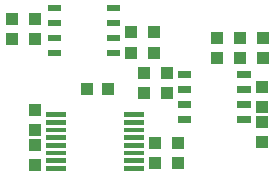
<source format=gtp>
G75*
%MOIN*%
%OFA0B0*%
%FSLAX25Y25*%
%IPPOS*%
%LPD*%
%AMOC8*
5,1,8,0,0,1.08239X$1,22.5*
%
%ADD10C,0.00138*%
%ADD11C,0.00217*%
%ADD12R,0.03937X0.04331*%
%ADD13R,0.04331X0.03937*%
D10*
X0022196Y0010187D02*
X0028356Y0010187D01*
X0022196Y0010187D02*
X0022196Y0011427D01*
X0028356Y0011427D01*
X0028356Y0010187D01*
X0028356Y0010324D02*
X0022196Y0010324D01*
X0022196Y0010461D02*
X0028356Y0010461D01*
X0028356Y0010598D02*
X0022196Y0010598D01*
X0022196Y0010735D02*
X0028356Y0010735D01*
X0028356Y0010872D02*
X0022196Y0010872D01*
X0022196Y0011009D02*
X0028356Y0011009D01*
X0028356Y0011146D02*
X0022196Y0011146D01*
X0022196Y0011283D02*
X0028356Y0011283D01*
X0028356Y0011420D02*
X0022196Y0011420D01*
X0022196Y0012746D02*
X0028356Y0012746D01*
X0022196Y0012746D02*
X0022196Y0013986D01*
X0028356Y0013986D01*
X0028356Y0012746D01*
X0028356Y0012883D02*
X0022196Y0012883D01*
X0022196Y0013020D02*
X0028356Y0013020D01*
X0028356Y0013157D02*
X0022196Y0013157D01*
X0022196Y0013294D02*
X0028356Y0013294D01*
X0028356Y0013431D02*
X0022196Y0013431D01*
X0022196Y0013568D02*
X0028356Y0013568D01*
X0028356Y0013705D02*
X0022196Y0013705D01*
X0022196Y0013842D02*
X0028356Y0013842D01*
X0028356Y0013979D02*
X0022196Y0013979D01*
X0022196Y0015305D02*
X0028356Y0015305D01*
X0022196Y0015305D02*
X0022196Y0016545D01*
X0028356Y0016545D01*
X0028356Y0015305D01*
X0028356Y0015442D02*
X0022196Y0015442D01*
X0022196Y0015579D02*
X0028356Y0015579D01*
X0028356Y0015716D02*
X0022196Y0015716D01*
X0022196Y0015853D02*
X0028356Y0015853D01*
X0028356Y0015990D02*
X0022196Y0015990D01*
X0022196Y0016127D02*
X0028356Y0016127D01*
X0028356Y0016264D02*
X0022196Y0016264D01*
X0022196Y0016401D02*
X0028356Y0016401D01*
X0028356Y0016538D02*
X0022196Y0016538D01*
X0022196Y0017864D02*
X0028356Y0017864D01*
X0022196Y0017864D02*
X0022196Y0019104D01*
X0028356Y0019104D01*
X0028356Y0017864D01*
X0028356Y0018001D02*
X0022196Y0018001D01*
X0022196Y0018138D02*
X0028356Y0018138D01*
X0028356Y0018275D02*
X0022196Y0018275D01*
X0022196Y0018412D02*
X0028356Y0018412D01*
X0028356Y0018549D02*
X0022196Y0018549D01*
X0022196Y0018686D02*
X0028356Y0018686D01*
X0028356Y0018823D02*
X0022196Y0018823D01*
X0022196Y0018960D02*
X0028356Y0018960D01*
X0028356Y0019097D02*
X0022196Y0019097D01*
X0022196Y0020423D02*
X0028356Y0020423D01*
X0022196Y0020423D02*
X0022196Y0021663D01*
X0028356Y0021663D01*
X0028356Y0020423D01*
X0028356Y0020560D02*
X0022196Y0020560D01*
X0022196Y0020697D02*
X0028356Y0020697D01*
X0028356Y0020834D02*
X0022196Y0020834D01*
X0022196Y0020971D02*
X0028356Y0020971D01*
X0028356Y0021108D02*
X0022196Y0021108D01*
X0022196Y0021245D02*
X0028356Y0021245D01*
X0028356Y0021382D02*
X0022196Y0021382D01*
X0022196Y0021519D02*
X0028356Y0021519D01*
X0028356Y0021656D02*
X0022196Y0021656D01*
X0022196Y0022982D02*
X0028356Y0022982D01*
X0022196Y0022982D02*
X0022196Y0024222D01*
X0028356Y0024222D01*
X0028356Y0022982D01*
X0028356Y0023119D02*
X0022196Y0023119D01*
X0022196Y0023256D02*
X0028356Y0023256D01*
X0028356Y0023393D02*
X0022196Y0023393D01*
X0022196Y0023530D02*
X0028356Y0023530D01*
X0028356Y0023667D02*
X0022196Y0023667D01*
X0022196Y0023804D02*
X0028356Y0023804D01*
X0028356Y0023941D02*
X0022196Y0023941D01*
X0022196Y0024078D02*
X0028356Y0024078D01*
X0028356Y0024215D02*
X0022196Y0024215D01*
X0022196Y0025541D02*
X0028356Y0025541D01*
X0022196Y0025541D02*
X0022196Y0026781D01*
X0028356Y0026781D01*
X0028356Y0025541D01*
X0028356Y0025678D02*
X0022196Y0025678D01*
X0022196Y0025815D02*
X0028356Y0025815D01*
X0028356Y0025952D02*
X0022196Y0025952D01*
X0022196Y0026089D02*
X0028356Y0026089D01*
X0028356Y0026226D02*
X0022196Y0026226D01*
X0022196Y0026363D02*
X0028356Y0026363D01*
X0028356Y0026500D02*
X0022196Y0026500D01*
X0022196Y0026637D02*
X0028356Y0026637D01*
X0028356Y0026774D02*
X0022196Y0026774D01*
X0022196Y0028100D02*
X0028356Y0028100D01*
X0022196Y0028100D02*
X0022196Y0029340D01*
X0028356Y0029340D01*
X0028356Y0028100D01*
X0028356Y0028237D02*
X0022196Y0028237D01*
X0022196Y0028374D02*
X0028356Y0028374D01*
X0028356Y0028511D02*
X0022196Y0028511D01*
X0022196Y0028648D02*
X0028356Y0028648D01*
X0028356Y0028785D02*
X0022196Y0028785D01*
X0022196Y0028922D02*
X0028356Y0028922D01*
X0028356Y0029059D02*
X0022196Y0029059D01*
X0022196Y0029196D02*
X0028356Y0029196D01*
X0028356Y0029333D02*
X0022196Y0029333D01*
X0048180Y0028100D02*
X0054340Y0028100D01*
X0048180Y0028100D02*
X0048180Y0029340D01*
X0054340Y0029340D01*
X0054340Y0028100D01*
X0054340Y0028237D02*
X0048180Y0028237D01*
X0048180Y0028374D02*
X0054340Y0028374D01*
X0054340Y0028511D02*
X0048180Y0028511D01*
X0048180Y0028648D02*
X0054340Y0028648D01*
X0054340Y0028785D02*
X0048180Y0028785D01*
X0048180Y0028922D02*
X0054340Y0028922D01*
X0054340Y0029059D02*
X0048180Y0029059D01*
X0048180Y0029196D02*
X0054340Y0029196D01*
X0054340Y0029333D02*
X0048180Y0029333D01*
X0048180Y0025541D02*
X0054340Y0025541D01*
X0048180Y0025541D02*
X0048180Y0026781D01*
X0054340Y0026781D01*
X0054340Y0025541D01*
X0054340Y0025678D02*
X0048180Y0025678D01*
X0048180Y0025815D02*
X0054340Y0025815D01*
X0054340Y0025952D02*
X0048180Y0025952D01*
X0048180Y0026089D02*
X0054340Y0026089D01*
X0054340Y0026226D02*
X0048180Y0026226D01*
X0048180Y0026363D02*
X0054340Y0026363D01*
X0054340Y0026500D02*
X0048180Y0026500D01*
X0048180Y0026637D02*
X0054340Y0026637D01*
X0054340Y0026774D02*
X0048180Y0026774D01*
X0048180Y0022982D02*
X0054340Y0022982D01*
X0048180Y0022982D02*
X0048180Y0024222D01*
X0054340Y0024222D01*
X0054340Y0022982D01*
X0054340Y0023119D02*
X0048180Y0023119D01*
X0048180Y0023256D02*
X0054340Y0023256D01*
X0054340Y0023393D02*
X0048180Y0023393D01*
X0048180Y0023530D02*
X0054340Y0023530D01*
X0054340Y0023667D02*
X0048180Y0023667D01*
X0048180Y0023804D02*
X0054340Y0023804D01*
X0054340Y0023941D02*
X0048180Y0023941D01*
X0048180Y0024078D02*
X0054340Y0024078D01*
X0054340Y0024215D02*
X0048180Y0024215D01*
X0048180Y0020423D02*
X0054340Y0020423D01*
X0048180Y0020423D02*
X0048180Y0021663D01*
X0054340Y0021663D01*
X0054340Y0020423D01*
X0054340Y0020560D02*
X0048180Y0020560D01*
X0048180Y0020697D02*
X0054340Y0020697D01*
X0054340Y0020834D02*
X0048180Y0020834D01*
X0048180Y0020971D02*
X0054340Y0020971D01*
X0054340Y0021108D02*
X0048180Y0021108D01*
X0048180Y0021245D02*
X0054340Y0021245D01*
X0054340Y0021382D02*
X0048180Y0021382D01*
X0048180Y0021519D02*
X0054340Y0021519D01*
X0054340Y0021656D02*
X0048180Y0021656D01*
X0048180Y0017864D02*
X0054340Y0017864D01*
X0048180Y0017864D02*
X0048180Y0019104D01*
X0054340Y0019104D01*
X0054340Y0017864D01*
X0054340Y0018001D02*
X0048180Y0018001D01*
X0048180Y0018138D02*
X0054340Y0018138D01*
X0054340Y0018275D02*
X0048180Y0018275D01*
X0048180Y0018412D02*
X0054340Y0018412D01*
X0054340Y0018549D02*
X0048180Y0018549D01*
X0048180Y0018686D02*
X0054340Y0018686D01*
X0054340Y0018823D02*
X0048180Y0018823D01*
X0048180Y0018960D02*
X0054340Y0018960D01*
X0054340Y0019097D02*
X0048180Y0019097D01*
X0048180Y0015305D02*
X0054340Y0015305D01*
X0048180Y0015305D02*
X0048180Y0016545D01*
X0054340Y0016545D01*
X0054340Y0015305D01*
X0054340Y0015442D02*
X0048180Y0015442D01*
X0048180Y0015579D02*
X0054340Y0015579D01*
X0054340Y0015716D02*
X0048180Y0015716D01*
X0048180Y0015853D02*
X0054340Y0015853D01*
X0054340Y0015990D02*
X0048180Y0015990D01*
X0048180Y0016127D02*
X0054340Y0016127D01*
X0054340Y0016264D02*
X0048180Y0016264D01*
X0048180Y0016401D02*
X0054340Y0016401D01*
X0054340Y0016538D02*
X0048180Y0016538D01*
X0048180Y0012746D02*
X0054340Y0012746D01*
X0048180Y0012746D02*
X0048180Y0013986D01*
X0054340Y0013986D01*
X0054340Y0012746D01*
X0054340Y0012883D02*
X0048180Y0012883D01*
X0048180Y0013020D02*
X0054340Y0013020D01*
X0054340Y0013157D02*
X0048180Y0013157D01*
X0048180Y0013294D02*
X0054340Y0013294D01*
X0054340Y0013431D02*
X0048180Y0013431D01*
X0048180Y0013568D02*
X0054340Y0013568D01*
X0054340Y0013705D02*
X0048180Y0013705D01*
X0048180Y0013842D02*
X0054340Y0013842D01*
X0054340Y0013979D02*
X0048180Y0013979D01*
X0048180Y0010187D02*
X0054340Y0010187D01*
X0048180Y0010187D02*
X0048180Y0011427D01*
X0054340Y0011427D01*
X0054340Y0010187D01*
X0054340Y0010324D02*
X0048180Y0010324D01*
X0048180Y0010461D02*
X0054340Y0010461D01*
X0054340Y0010598D02*
X0048180Y0010598D01*
X0048180Y0010735D02*
X0054340Y0010735D01*
X0054340Y0010872D02*
X0048180Y0010872D01*
X0048180Y0011009D02*
X0054340Y0011009D01*
X0054340Y0011146D02*
X0048180Y0011146D01*
X0048180Y0011283D02*
X0054340Y0011283D01*
X0054340Y0011420D02*
X0048180Y0011420D01*
D11*
X0066132Y0026054D02*
X0070246Y0026054D01*
X0066132Y0026054D02*
X0066132Y0028002D01*
X0070246Y0028002D01*
X0070246Y0026054D01*
X0070246Y0026270D02*
X0066132Y0026270D01*
X0066132Y0026486D02*
X0070246Y0026486D01*
X0070246Y0026702D02*
X0066132Y0026702D01*
X0066132Y0026918D02*
X0070246Y0026918D01*
X0070246Y0027134D02*
X0066132Y0027134D01*
X0066132Y0027350D02*
X0070246Y0027350D01*
X0070246Y0027566D02*
X0066132Y0027566D01*
X0066132Y0027782D02*
X0070246Y0027782D01*
X0070246Y0027998D02*
X0066132Y0027998D01*
X0066132Y0031054D02*
X0070246Y0031054D01*
X0066132Y0031054D02*
X0066132Y0033002D01*
X0070246Y0033002D01*
X0070246Y0031054D01*
X0070246Y0031270D02*
X0066132Y0031270D01*
X0066132Y0031486D02*
X0070246Y0031486D01*
X0070246Y0031702D02*
X0066132Y0031702D01*
X0066132Y0031918D02*
X0070246Y0031918D01*
X0070246Y0032134D02*
X0066132Y0032134D01*
X0066132Y0032350D02*
X0070246Y0032350D01*
X0070246Y0032566D02*
X0066132Y0032566D01*
X0066132Y0032782D02*
X0070246Y0032782D01*
X0070246Y0032998D02*
X0066132Y0032998D01*
X0066132Y0036054D02*
X0070246Y0036054D01*
X0066132Y0036054D02*
X0066132Y0038002D01*
X0070246Y0038002D01*
X0070246Y0036054D01*
X0070246Y0036270D02*
X0066132Y0036270D01*
X0066132Y0036486D02*
X0070246Y0036486D01*
X0070246Y0036702D02*
X0066132Y0036702D01*
X0066132Y0036918D02*
X0070246Y0036918D01*
X0070246Y0037134D02*
X0066132Y0037134D01*
X0066132Y0037350D02*
X0070246Y0037350D01*
X0070246Y0037566D02*
X0066132Y0037566D01*
X0066132Y0037782D02*
X0070246Y0037782D01*
X0070246Y0037998D02*
X0066132Y0037998D01*
X0066132Y0041054D02*
X0070246Y0041054D01*
X0066132Y0041054D02*
X0066132Y0043002D01*
X0070246Y0043002D01*
X0070246Y0041054D01*
X0070246Y0041270D02*
X0066132Y0041270D01*
X0066132Y0041486D02*
X0070246Y0041486D01*
X0070246Y0041702D02*
X0066132Y0041702D01*
X0066132Y0041918D02*
X0070246Y0041918D01*
X0070246Y0042134D02*
X0066132Y0042134D01*
X0066132Y0042350D02*
X0070246Y0042350D01*
X0070246Y0042566D02*
X0066132Y0042566D01*
X0066132Y0042782D02*
X0070246Y0042782D01*
X0070246Y0042998D02*
X0066132Y0042998D01*
X0085817Y0041054D02*
X0089931Y0041054D01*
X0085817Y0041054D02*
X0085817Y0043002D01*
X0089931Y0043002D01*
X0089931Y0041054D01*
X0089931Y0041270D02*
X0085817Y0041270D01*
X0085817Y0041486D02*
X0089931Y0041486D01*
X0089931Y0041702D02*
X0085817Y0041702D01*
X0085817Y0041918D02*
X0089931Y0041918D01*
X0089931Y0042134D02*
X0085817Y0042134D01*
X0085817Y0042350D02*
X0089931Y0042350D01*
X0089931Y0042566D02*
X0085817Y0042566D01*
X0085817Y0042782D02*
X0089931Y0042782D01*
X0089931Y0042998D02*
X0085817Y0042998D01*
X0085817Y0036054D02*
X0089931Y0036054D01*
X0085817Y0036054D02*
X0085817Y0038002D01*
X0089931Y0038002D01*
X0089931Y0036054D01*
X0089931Y0036270D02*
X0085817Y0036270D01*
X0085817Y0036486D02*
X0089931Y0036486D01*
X0089931Y0036702D02*
X0085817Y0036702D01*
X0085817Y0036918D02*
X0089931Y0036918D01*
X0089931Y0037134D02*
X0085817Y0037134D01*
X0085817Y0037350D02*
X0089931Y0037350D01*
X0089931Y0037566D02*
X0085817Y0037566D01*
X0085817Y0037782D02*
X0089931Y0037782D01*
X0089931Y0037998D02*
X0085817Y0037998D01*
X0085817Y0031054D02*
X0089931Y0031054D01*
X0085817Y0031054D02*
X0085817Y0033002D01*
X0089931Y0033002D01*
X0089931Y0031054D01*
X0089931Y0031270D02*
X0085817Y0031270D01*
X0085817Y0031486D02*
X0089931Y0031486D01*
X0089931Y0031702D02*
X0085817Y0031702D01*
X0085817Y0031918D02*
X0089931Y0031918D01*
X0089931Y0032134D02*
X0085817Y0032134D01*
X0085817Y0032350D02*
X0089931Y0032350D01*
X0089931Y0032566D02*
X0085817Y0032566D01*
X0085817Y0032782D02*
X0089931Y0032782D01*
X0089931Y0032998D02*
X0085817Y0032998D01*
X0085817Y0026054D02*
X0089931Y0026054D01*
X0085817Y0026054D02*
X0085817Y0028002D01*
X0089931Y0028002D01*
X0089931Y0026054D01*
X0089931Y0026270D02*
X0085817Y0026270D01*
X0085817Y0026486D02*
X0089931Y0026486D01*
X0089931Y0026702D02*
X0085817Y0026702D01*
X0085817Y0026918D02*
X0089931Y0026918D01*
X0089931Y0027134D02*
X0085817Y0027134D01*
X0085817Y0027350D02*
X0089931Y0027350D01*
X0089931Y0027566D02*
X0085817Y0027566D01*
X0085817Y0027782D02*
X0089931Y0027782D01*
X0089931Y0027998D02*
X0085817Y0027998D01*
X0046427Y0048298D02*
X0042313Y0048298D01*
X0042313Y0050246D01*
X0046427Y0050246D01*
X0046427Y0048298D01*
X0046427Y0048514D02*
X0042313Y0048514D01*
X0042313Y0048730D02*
X0046427Y0048730D01*
X0046427Y0048946D02*
X0042313Y0048946D01*
X0042313Y0049162D02*
X0046427Y0049162D01*
X0046427Y0049378D02*
X0042313Y0049378D01*
X0042313Y0049594D02*
X0046427Y0049594D01*
X0046427Y0049810D02*
X0042313Y0049810D01*
X0042313Y0050026D02*
X0046427Y0050026D01*
X0046427Y0050242D02*
X0042313Y0050242D01*
X0042313Y0053298D02*
X0046427Y0053298D01*
X0042313Y0053298D02*
X0042313Y0055246D01*
X0046427Y0055246D01*
X0046427Y0053298D01*
X0046427Y0053514D02*
X0042313Y0053514D01*
X0042313Y0053730D02*
X0046427Y0053730D01*
X0046427Y0053946D02*
X0042313Y0053946D01*
X0042313Y0054162D02*
X0046427Y0054162D01*
X0046427Y0054378D02*
X0042313Y0054378D01*
X0042313Y0054594D02*
X0046427Y0054594D01*
X0046427Y0054810D02*
X0042313Y0054810D01*
X0042313Y0055026D02*
X0046427Y0055026D01*
X0046427Y0055242D02*
X0042313Y0055242D01*
X0042313Y0058298D02*
X0046427Y0058298D01*
X0042313Y0058298D02*
X0042313Y0060246D01*
X0046427Y0060246D01*
X0046427Y0058298D01*
X0046427Y0058514D02*
X0042313Y0058514D01*
X0042313Y0058730D02*
X0046427Y0058730D01*
X0046427Y0058946D02*
X0042313Y0058946D01*
X0042313Y0059162D02*
X0046427Y0059162D01*
X0046427Y0059378D02*
X0042313Y0059378D01*
X0042313Y0059594D02*
X0046427Y0059594D01*
X0046427Y0059810D02*
X0042313Y0059810D01*
X0042313Y0060026D02*
X0046427Y0060026D01*
X0046427Y0060242D02*
X0042313Y0060242D01*
X0042313Y0063298D02*
X0046427Y0063298D01*
X0042313Y0063298D02*
X0042313Y0065246D01*
X0046427Y0065246D01*
X0046427Y0063298D01*
X0046427Y0063514D02*
X0042313Y0063514D01*
X0042313Y0063730D02*
X0046427Y0063730D01*
X0046427Y0063946D02*
X0042313Y0063946D01*
X0042313Y0064162D02*
X0046427Y0064162D01*
X0046427Y0064378D02*
X0042313Y0064378D01*
X0042313Y0064594D02*
X0046427Y0064594D01*
X0046427Y0064810D02*
X0042313Y0064810D01*
X0042313Y0065026D02*
X0046427Y0065026D01*
X0046427Y0065242D02*
X0042313Y0065242D01*
X0026742Y0063298D02*
X0022628Y0063298D01*
X0022628Y0065246D01*
X0026742Y0065246D01*
X0026742Y0063298D01*
X0026742Y0063514D02*
X0022628Y0063514D01*
X0022628Y0063730D02*
X0026742Y0063730D01*
X0026742Y0063946D02*
X0022628Y0063946D01*
X0022628Y0064162D02*
X0026742Y0064162D01*
X0026742Y0064378D02*
X0022628Y0064378D01*
X0022628Y0064594D02*
X0026742Y0064594D01*
X0026742Y0064810D02*
X0022628Y0064810D01*
X0022628Y0065026D02*
X0026742Y0065026D01*
X0026742Y0065242D02*
X0022628Y0065242D01*
X0022628Y0058298D02*
X0026742Y0058298D01*
X0022628Y0058298D02*
X0022628Y0060246D01*
X0026742Y0060246D01*
X0026742Y0058298D01*
X0026742Y0058514D02*
X0022628Y0058514D01*
X0022628Y0058730D02*
X0026742Y0058730D01*
X0026742Y0058946D02*
X0022628Y0058946D01*
X0022628Y0059162D02*
X0026742Y0059162D01*
X0026742Y0059378D02*
X0022628Y0059378D01*
X0022628Y0059594D02*
X0026742Y0059594D01*
X0026742Y0059810D02*
X0022628Y0059810D01*
X0022628Y0060026D02*
X0026742Y0060026D01*
X0026742Y0060242D02*
X0022628Y0060242D01*
X0022628Y0053298D02*
X0026742Y0053298D01*
X0022628Y0053298D02*
X0022628Y0055246D01*
X0026742Y0055246D01*
X0026742Y0053298D01*
X0026742Y0053514D02*
X0022628Y0053514D01*
X0022628Y0053730D02*
X0026742Y0053730D01*
X0026742Y0053946D02*
X0022628Y0053946D01*
X0022628Y0054162D02*
X0026742Y0054162D01*
X0026742Y0054378D02*
X0022628Y0054378D01*
X0022628Y0054594D02*
X0026742Y0054594D01*
X0026742Y0054810D02*
X0022628Y0054810D01*
X0022628Y0055026D02*
X0026742Y0055026D01*
X0026742Y0055242D02*
X0022628Y0055242D01*
X0022628Y0048298D02*
X0026742Y0048298D01*
X0022628Y0048298D02*
X0022628Y0050246D01*
X0026742Y0050246D01*
X0026742Y0048298D01*
X0026742Y0048514D02*
X0022628Y0048514D01*
X0022628Y0048730D02*
X0026742Y0048730D01*
X0026742Y0048946D02*
X0022628Y0048946D01*
X0022628Y0049162D02*
X0026742Y0049162D01*
X0026742Y0049378D02*
X0022628Y0049378D01*
X0022628Y0049594D02*
X0026742Y0049594D01*
X0026742Y0049810D02*
X0022628Y0049810D01*
X0022628Y0050026D02*
X0026742Y0050026D01*
X0026742Y0050242D02*
X0022628Y0050242D01*
D12*
X0018386Y0011693D03*
X0018386Y0018386D03*
X0018386Y0023307D03*
X0018386Y0030000D03*
X0054606Y0035709D03*
X0062283Y0035709D03*
X0062283Y0042402D03*
X0054606Y0042402D03*
X0057953Y0049291D03*
X0050276Y0049291D03*
X0050276Y0055984D03*
X0057953Y0055984D03*
X0079016Y0054213D03*
X0086693Y0054213D03*
X0094370Y0054213D03*
X0094370Y0047520D03*
X0086693Y0047520D03*
X0079016Y0047520D03*
X0093976Y0037874D03*
X0093976Y0031181D03*
X0093976Y0026260D03*
X0093976Y0019567D03*
X0066024Y0019173D03*
X0058346Y0019173D03*
X0058346Y0012480D03*
X0066024Y0012480D03*
X0018583Y0053819D03*
X0010906Y0053819D03*
X0010906Y0060512D03*
X0018583Y0060512D03*
D13*
X0035906Y0037283D03*
X0042598Y0037283D03*
M02*

</source>
